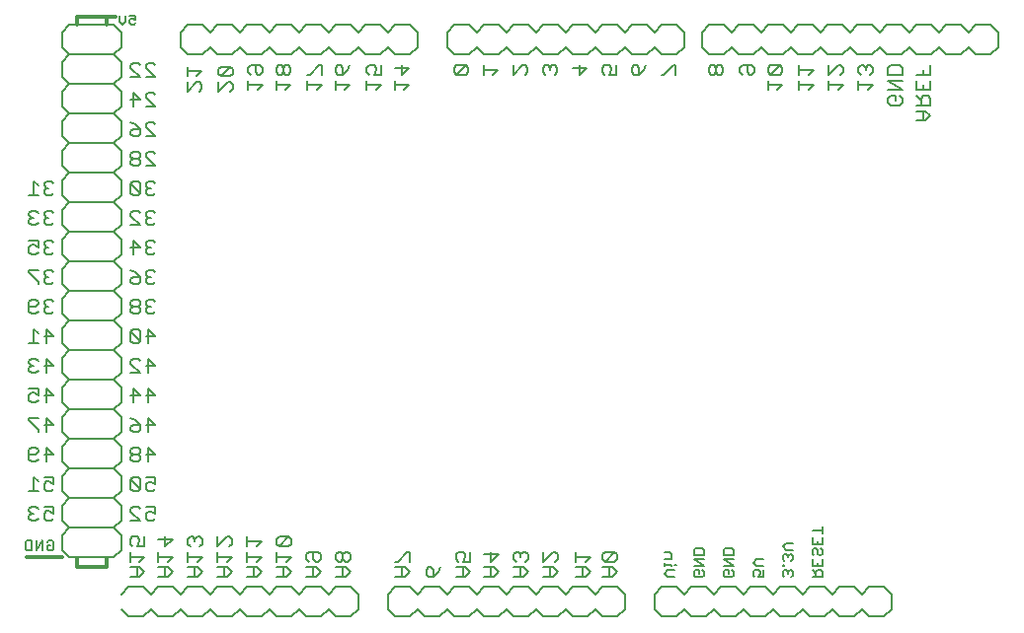
<source format=gbo>
G75*
%MOIN*%
%OFA0B0*%
%FSLAX25Y25*%
%IPPOS*%
%LPD*%
%AMOC8*
5,1,8,0,0,1.08239X$1,22.5*
%
%ADD10C,0.00800*%
%ADD11C,0.00600*%
%ADD12C,0.01200*%
%ADD13C,0.00500*%
D10*
X0196800Y0149300D02*
X0199300Y0146800D01*
X0204300Y0146800D01*
X0206800Y0149300D01*
X0209300Y0146800D01*
X0214300Y0146800D01*
X0216800Y0149300D01*
X0219300Y0146800D01*
X0224300Y0146800D01*
X0226800Y0149300D01*
X0229300Y0146800D01*
X0234300Y0146800D01*
X0236800Y0149300D01*
X0239300Y0146800D01*
X0244300Y0146800D01*
X0246800Y0149300D01*
X0249300Y0146800D01*
X0254300Y0146800D01*
X0256800Y0149300D01*
X0259300Y0146800D01*
X0264300Y0146800D01*
X0266800Y0149300D01*
X0269300Y0146800D01*
X0274300Y0146800D01*
X0276800Y0149300D01*
X0276800Y0154300D01*
X0274300Y0156800D01*
X0269300Y0156800D01*
X0266800Y0154300D01*
X0264300Y0156800D01*
X0259300Y0156800D01*
X0256800Y0154300D01*
X0254300Y0156800D01*
X0249300Y0156800D01*
X0246800Y0154300D01*
X0244300Y0156800D01*
X0239300Y0156800D01*
X0236800Y0154300D01*
X0234300Y0156800D01*
X0229300Y0156800D01*
X0226800Y0154300D01*
X0224300Y0156800D01*
X0219300Y0156800D01*
X0216800Y0154300D01*
X0214300Y0156800D01*
X0209300Y0156800D01*
X0206800Y0154300D01*
X0204300Y0156800D01*
X0199300Y0156800D01*
X0196800Y0154300D01*
X0199700Y0160300D02*
X0202903Y0160300D01*
X0204504Y0161901D01*
X0202903Y0163503D01*
X0199700Y0163503D01*
X0199700Y0165456D02*
X0199700Y0168659D01*
X0199700Y0167058D02*
X0204504Y0167058D01*
X0202903Y0165456D01*
X0202102Y0163503D02*
X0202102Y0160300D01*
X0209200Y0160300D02*
X0212403Y0160300D01*
X0214004Y0161901D01*
X0212403Y0163503D01*
X0209200Y0163503D01*
X0209200Y0165456D02*
X0209200Y0168659D01*
X0209200Y0167058D02*
X0214004Y0167058D01*
X0212403Y0165456D01*
X0211602Y0163503D02*
X0211602Y0160300D01*
X0219200Y0160300D02*
X0222403Y0160300D01*
X0224004Y0161901D01*
X0222403Y0163503D01*
X0219200Y0163503D01*
X0219200Y0165456D02*
X0219200Y0168659D01*
X0219200Y0167058D02*
X0224004Y0167058D01*
X0222403Y0165456D01*
X0221602Y0163503D02*
X0221602Y0160300D01*
X0229200Y0160300D02*
X0232403Y0160300D01*
X0234004Y0161901D01*
X0232403Y0163503D01*
X0229200Y0163503D01*
X0229200Y0165456D02*
X0229200Y0168659D01*
X0229200Y0167058D02*
X0234004Y0167058D01*
X0232403Y0165456D01*
X0231602Y0163503D02*
X0231602Y0160300D01*
X0239200Y0160300D02*
X0242403Y0160300D01*
X0244004Y0161901D01*
X0242403Y0163503D01*
X0239200Y0163503D01*
X0239200Y0165456D02*
X0239200Y0168659D01*
X0239200Y0167058D02*
X0244004Y0167058D01*
X0242403Y0165456D01*
X0241602Y0163503D02*
X0241602Y0160300D01*
X0249200Y0160300D02*
X0252403Y0160300D01*
X0254004Y0161901D01*
X0252403Y0163503D01*
X0249200Y0163503D01*
X0249200Y0165456D02*
X0249200Y0168659D01*
X0249200Y0167058D02*
X0254004Y0167058D01*
X0252403Y0165456D01*
X0251602Y0163503D02*
X0251602Y0160300D01*
X0259200Y0160300D02*
X0262403Y0160300D01*
X0264004Y0161901D01*
X0262403Y0163503D01*
X0259200Y0163503D01*
X0260001Y0165456D02*
X0259200Y0166257D01*
X0259200Y0167858D01*
X0260001Y0168659D01*
X0263203Y0168659D01*
X0264004Y0167858D01*
X0264004Y0166257D01*
X0263203Y0165456D01*
X0262403Y0165456D01*
X0261602Y0166257D01*
X0261602Y0168659D01*
X0261602Y0163503D02*
X0261602Y0160300D01*
X0269200Y0160300D02*
X0272403Y0160300D01*
X0274004Y0161901D01*
X0272403Y0163503D01*
X0269200Y0163503D01*
X0270001Y0165456D02*
X0269200Y0166257D01*
X0269200Y0167858D01*
X0270001Y0168659D01*
X0270801Y0168659D01*
X0271602Y0167858D01*
X0271602Y0166257D01*
X0272403Y0165456D01*
X0273203Y0165456D01*
X0274004Y0166257D01*
X0274004Y0167858D01*
X0273203Y0168659D01*
X0272403Y0168659D01*
X0271602Y0167858D01*
X0271602Y0166257D02*
X0270801Y0165456D01*
X0270001Y0165456D01*
X0271602Y0163503D02*
X0271602Y0160300D01*
X0286800Y0154300D02*
X0286800Y0149300D01*
X0289300Y0146800D01*
X0294300Y0146800D01*
X0296800Y0149300D01*
X0299300Y0146800D01*
X0304300Y0146800D01*
X0306800Y0149300D01*
X0309300Y0146800D01*
X0314300Y0146800D01*
X0316800Y0149300D01*
X0319300Y0146800D01*
X0324300Y0146800D01*
X0326800Y0149300D01*
X0329300Y0146800D01*
X0334300Y0146800D01*
X0336800Y0149300D01*
X0339300Y0146800D01*
X0344300Y0146800D01*
X0346800Y0149300D01*
X0349300Y0146800D01*
X0354300Y0146800D01*
X0356800Y0149300D01*
X0359300Y0146800D01*
X0364300Y0146800D01*
X0366800Y0149300D01*
X0366800Y0154300D01*
X0364300Y0156800D01*
X0359300Y0156800D01*
X0356800Y0154300D01*
X0354300Y0156800D01*
X0349300Y0156800D01*
X0346800Y0154300D01*
X0344300Y0156800D01*
X0339300Y0156800D01*
X0336800Y0154300D01*
X0334300Y0156800D01*
X0329300Y0156800D01*
X0326800Y0154300D01*
X0324300Y0156800D01*
X0319300Y0156800D01*
X0316800Y0154300D01*
X0314300Y0156800D01*
X0309300Y0156800D01*
X0306800Y0154300D01*
X0304300Y0156800D01*
X0299300Y0156800D01*
X0296800Y0154300D01*
X0294300Y0156800D01*
X0289300Y0156800D01*
X0286800Y0154300D01*
X0289200Y0160300D02*
X0292403Y0160300D01*
X0294004Y0161901D01*
X0292403Y0163503D01*
X0289200Y0163503D01*
X0289200Y0165456D02*
X0290001Y0165456D01*
X0293203Y0168659D01*
X0294004Y0168659D01*
X0294004Y0165456D01*
X0291602Y0163503D02*
X0291602Y0160300D01*
X0299700Y0161101D02*
X0300501Y0160300D01*
X0302102Y0160300D01*
X0302102Y0162702D01*
X0301301Y0163503D01*
X0300501Y0163503D01*
X0299700Y0162702D01*
X0299700Y0161101D01*
X0302102Y0160300D02*
X0303703Y0161901D01*
X0304504Y0163503D01*
X0309700Y0163503D02*
X0312903Y0163503D01*
X0314504Y0161901D01*
X0312903Y0160300D01*
X0309700Y0160300D01*
X0312102Y0160300D02*
X0312102Y0163503D01*
X0312102Y0165456D02*
X0312903Y0167058D01*
X0312903Y0167858D01*
X0312102Y0168659D01*
X0310501Y0168659D01*
X0309700Y0167858D01*
X0309700Y0166257D01*
X0310501Y0165456D01*
X0312102Y0165456D02*
X0314504Y0165456D01*
X0314504Y0168659D01*
X0319200Y0167858D02*
X0324004Y0167858D01*
X0321602Y0165456D01*
X0321602Y0168659D01*
X0321602Y0163503D02*
X0321602Y0160300D01*
X0322403Y0160300D02*
X0324004Y0161901D01*
X0322403Y0163503D01*
X0319200Y0163503D01*
X0319200Y0160300D02*
X0322403Y0160300D01*
X0329200Y0160300D02*
X0332403Y0160300D01*
X0334004Y0161901D01*
X0332403Y0163503D01*
X0329200Y0163503D01*
X0330001Y0165456D02*
X0329200Y0166257D01*
X0329200Y0167858D01*
X0330001Y0168659D01*
X0330801Y0168659D01*
X0331602Y0167858D01*
X0331602Y0167058D01*
X0331602Y0167858D02*
X0332403Y0168659D01*
X0333203Y0168659D01*
X0334004Y0167858D01*
X0334004Y0166257D01*
X0333203Y0165456D01*
X0331602Y0163503D02*
X0331602Y0160300D01*
X0339200Y0160300D02*
X0342403Y0160300D01*
X0344004Y0161901D01*
X0342403Y0163503D01*
X0339200Y0163503D01*
X0339200Y0165456D02*
X0342403Y0168659D01*
X0343203Y0168659D01*
X0344004Y0167858D01*
X0344004Y0166257D01*
X0343203Y0165456D01*
X0341602Y0163503D02*
X0341602Y0160300D01*
X0350200Y0160300D02*
X0353403Y0160300D01*
X0355004Y0161901D01*
X0353403Y0163503D01*
X0350200Y0163503D01*
X0350200Y0165456D02*
X0350200Y0168659D01*
X0350200Y0167058D02*
X0355004Y0167058D01*
X0353403Y0165456D01*
X0352602Y0163503D02*
X0352602Y0160300D01*
X0359200Y0160300D02*
X0362403Y0160300D01*
X0364004Y0161901D01*
X0362403Y0163503D01*
X0359200Y0163503D01*
X0360001Y0165456D02*
X0363203Y0168659D01*
X0360001Y0168659D01*
X0359200Y0167858D01*
X0359200Y0166257D01*
X0360001Y0165456D01*
X0363203Y0165456D01*
X0364004Y0166257D01*
X0364004Y0167858D01*
X0363203Y0168659D01*
X0361602Y0163503D02*
X0361602Y0160300D01*
X0376800Y0154300D02*
X0376800Y0149300D01*
X0379300Y0146800D01*
X0384300Y0146800D01*
X0386800Y0149300D01*
X0389300Y0146800D01*
X0394300Y0146800D01*
X0396800Y0149300D01*
X0399300Y0146800D01*
X0404300Y0146800D01*
X0406800Y0149300D01*
X0409300Y0146800D01*
X0414300Y0146800D01*
X0416800Y0149300D01*
X0419300Y0146800D01*
X0424300Y0146800D01*
X0426800Y0149300D01*
X0429300Y0146800D01*
X0434300Y0146800D01*
X0436800Y0149300D01*
X0439300Y0146800D01*
X0444300Y0146800D01*
X0446800Y0149300D01*
X0449300Y0146800D01*
X0454300Y0146800D01*
X0456800Y0149300D01*
X0456800Y0154300D01*
X0454300Y0156800D01*
X0449300Y0156800D01*
X0446800Y0154300D01*
X0444300Y0156800D01*
X0439300Y0156800D01*
X0436800Y0154300D01*
X0434300Y0156800D01*
X0429300Y0156800D01*
X0426800Y0154300D01*
X0424300Y0156800D01*
X0419300Y0156800D01*
X0416800Y0154300D01*
X0414300Y0156800D01*
X0409300Y0156800D01*
X0406800Y0154300D01*
X0404300Y0156800D01*
X0399300Y0156800D01*
X0396800Y0154300D01*
X0394300Y0156800D01*
X0389300Y0156800D01*
X0386800Y0154300D01*
X0384300Y0156800D01*
X0379300Y0156800D01*
X0376800Y0154300D01*
X0339200Y0165456D02*
X0339200Y0168659D01*
X0254004Y0171413D02*
X0254004Y0173015D01*
X0253203Y0173816D01*
X0250001Y0170613D01*
X0249200Y0171413D01*
X0249200Y0173015D01*
X0250001Y0173816D01*
X0253203Y0173816D01*
X0254004Y0171413D02*
X0253203Y0170613D01*
X0250001Y0170613D01*
X0244004Y0172214D02*
X0239200Y0172214D01*
X0239200Y0170613D02*
X0239200Y0173816D01*
X0242403Y0170613D02*
X0244004Y0172214D01*
X0234004Y0171413D02*
X0233203Y0170613D01*
X0234004Y0171413D02*
X0234004Y0173015D01*
X0233203Y0173816D01*
X0232403Y0173816D01*
X0229200Y0170613D01*
X0229200Y0173816D01*
X0224004Y0173015D02*
X0223203Y0173816D01*
X0222403Y0173816D01*
X0221602Y0173015D01*
X0220801Y0173816D01*
X0220001Y0173816D01*
X0219200Y0173015D01*
X0219200Y0171413D01*
X0220001Y0170613D01*
X0221602Y0172214D02*
X0221602Y0173015D01*
X0224004Y0173015D02*
X0224004Y0171413D01*
X0223203Y0170613D01*
X0214004Y0173015D02*
X0211602Y0170613D01*
X0211602Y0173816D01*
X0209200Y0173015D02*
X0214004Y0173015D01*
X0204504Y0173816D02*
X0204504Y0170613D01*
X0202102Y0170613D01*
X0202903Y0172214D01*
X0202903Y0173015D01*
X0202102Y0173816D01*
X0200501Y0173816D01*
X0199700Y0173015D01*
X0199700Y0171413D01*
X0200501Y0170613D01*
X0196800Y0169300D02*
X0194300Y0166800D01*
X0179300Y0166800D01*
X0176800Y0169300D01*
X0176800Y0174300D01*
X0179300Y0176800D01*
X0194300Y0176800D01*
X0196800Y0174300D01*
X0196800Y0169300D01*
X0199941Y0179200D02*
X0203144Y0179200D01*
X0199941Y0182403D01*
X0199941Y0183203D01*
X0200742Y0184004D01*
X0202343Y0184004D01*
X0203144Y0183203D01*
X0205097Y0184004D02*
X0208300Y0184004D01*
X0208300Y0181602D01*
X0206699Y0182403D01*
X0205898Y0182403D01*
X0205097Y0181602D01*
X0205097Y0180001D01*
X0205898Y0179200D01*
X0207499Y0179200D01*
X0208300Y0180001D01*
X0207499Y0189200D02*
X0208300Y0190001D01*
X0207499Y0189200D02*
X0205898Y0189200D01*
X0205097Y0190001D01*
X0205097Y0191602D01*
X0205898Y0192403D01*
X0206699Y0192403D01*
X0208300Y0191602D01*
X0208300Y0194004D01*
X0205097Y0194004D01*
X0203144Y0193203D02*
X0203144Y0190001D01*
X0199941Y0193203D01*
X0199941Y0190001D01*
X0200742Y0189200D01*
X0202343Y0189200D01*
X0203144Y0190001D01*
X0203144Y0193203D02*
X0202343Y0194004D01*
X0200742Y0194004D01*
X0199941Y0193203D01*
X0200742Y0199200D02*
X0202343Y0199200D01*
X0203144Y0200001D01*
X0203144Y0200801D01*
X0202343Y0201602D01*
X0200742Y0201602D01*
X0199941Y0200801D01*
X0199941Y0200001D01*
X0200742Y0199200D01*
X0200742Y0201602D02*
X0199941Y0202403D01*
X0199941Y0203203D01*
X0200742Y0204004D01*
X0202343Y0204004D01*
X0203144Y0203203D01*
X0203144Y0202403D01*
X0202343Y0201602D01*
X0205097Y0201602D02*
X0208300Y0201602D01*
X0205898Y0204004D01*
X0205898Y0199200D01*
X0205898Y0209200D02*
X0205898Y0214004D01*
X0208300Y0211602D01*
X0205097Y0211602D01*
X0203144Y0211602D02*
X0201542Y0213203D01*
X0199941Y0214004D01*
X0200742Y0211602D02*
X0203144Y0211602D01*
X0203144Y0210001D01*
X0202343Y0209200D01*
X0200742Y0209200D01*
X0199941Y0210001D01*
X0199941Y0210801D01*
X0200742Y0211602D01*
X0200742Y0219200D02*
X0200742Y0224004D01*
X0203144Y0221602D01*
X0199941Y0221602D01*
X0205097Y0221602D02*
X0208300Y0221602D01*
X0205898Y0224004D01*
X0205898Y0219200D01*
X0205898Y0229200D02*
X0205898Y0234004D01*
X0208300Y0231602D01*
X0205097Y0231602D01*
X0203144Y0233203D02*
X0202343Y0234004D01*
X0200742Y0234004D01*
X0199941Y0233203D01*
X0199941Y0232403D01*
X0203144Y0229200D01*
X0199941Y0229200D01*
X0200742Y0239200D02*
X0202343Y0239200D01*
X0203144Y0240001D01*
X0199941Y0243203D01*
X0199941Y0240001D01*
X0200742Y0239200D01*
X0203144Y0240001D02*
X0203144Y0243203D01*
X0202343Y0244004D01*
X0200742Y0244004D01*
X0199941Y0243203D01*
X0205097Y0241602D02*
X0208300Y0241602D01*
X0205898Y0244004D01*
X0205898Y0239200D01*
X0205898Y0249200D02*
X0207499Y0249200D01*
X0208300Y0250001D01*
X0206699Y0251602D02*
X0205898Y0251602D01*
X0205097Y0250801D01*
X0205097Y0250001D01*
X0205898Y0249200D01*
X0205898Y0251602D02*
X0205097Y0252403D01*
X0205097Y0253203D01*
X0205898Y0254004D01*
X0207499Y0254004D01*
X0208300Y0253203D01*
X0203144Y0253203D02*
X0203144Y0252403D01*
X0202343Y0251602D01*
X0200742Y0251602D01*
X0199941Y0250801D01*
X0199941Y0250001D01*
X0200742Y0249200D01*
X0202343Y0249200D01*
X0203144Y0250001D01*
X0203144Y0250801D01*
X0202343Y0251602D01*
X0200742Y0251602D02*
X0199941Y0252403D01*
X0199941Y0253203D01*
X0200742Y0254004D01*
X0202343Y0254004D01*
X0203144Y0253203D01*
X0202343Y0259200D02*
X0200742Y0259200D01*
X0199941Y0260001D01*
X0199941Y0260801D01*
X0200742Y0261602D01*
X0203144Y0261602D01*
X0203144Y0260001D01*
X0202343Y0259200D01*
X0203144Y0261602D02*
X0201542Y0263203D01*
X0199941Y0264004D01*
X0205097Y0263203D02*
X0205097Y0262403D01*
X0205898Y0261602D01*
X0205097Y0260801D01*
X0205097Y0260001D01*
X0205898Y0259200D01*
X0207499Y0259200D01*
X0208300Y0260001D01*
X0206699Y0261602D02*
X0205898Y0261602D01*
X0205097Y0263203D02*
X0205898Y0264004D01*
X0207499Y0264004D01*
X0208300Y0263203D01*
X0207499Y0269200D02*
X0208300Y0270001D01*
X0207499Y0269200D02*
X0205898Y0269200D01*
X0205097Y0270001D01*
X0205097Y0270801D01*
X0205898Y0271602D01*
X0206699Y0271602D01*
X0205898Y0271602D02*
X0205097Y0272403D01*
X0205097Y0273203D01*
X0205898Y0274004D01*
X0207499Y0274004D01*
X0208300Y0273203D01*
X0203144Y0271602D02*
X0199941Y0271602D01*
X0200742Y0269200D02*
X0200742Y0274004D01*
X0203144Y0271602D01*
X0203144Y0279200D02*
X0199941Y0282403D01*
X0199941Y0283203D01*
X0200742Y0284004D01*
X0202343Y0284004D01*
X0203144Y0283203D01*
X0205097Y0283203D02*
X0205097Y0282403D01*
X0205898Y0281602D01*
X0205097Y0280801D01*
X0205097Y0280001D01*
X0205898Y0279200D01*
X0207499Y0279200D01*
X0208300Y0280001D01*
X0206699Y0281602D02*
X0205898Y0281602D01*
X0205097Y0283203D02*
X0205898Y0284004D01*
X0207499Y0284004D01*
X0208300Y0283203D01*
X0207499Y0289200D02*
X0208300Y0290001D01*
X0207499Y0289200D02*
X0205898Y0289200D01*
X0205097Y0290001D01*
X0205097Y0290801D01*
X0205898Y0291602D01*
X0206699Y0291602D01*
X0205898Y0291602D02*
X0205097Y0292403D01*
X0205097Y0293203D01*
X0205898Y0294004D01*
X0207499Y0294004D01*
X0208300Y0293203D01*
X0203144Y0293203D02*
X0203144Y0290001D01*
X0199941Y0293203D01*
X0199941Y0290001D01*
X0200742Y0289200D01*
X0202343Y0289200D01*
X0203144Y0290001D01*
X0203144Y0293203D02*
X0202343Y0294004D01*
X0200742Y0294004D01*
X0199941Y0293203D01*
X0200742Y0299200D02*
X0202343Y0299200D01*
X0203144Y0300001D01*
X0203144Y0300801D01*
X0202343Y0301602D01*
X0200742Y0301602D01*
X0199941Y0300801D01*
X0199941Y0300001D01*
X0200742Y0299200D01*
X0200742Y0301602D02*
X0199941Y0302403D01*
X0199941Y0303203D01*
X0200742Y0304004D01*
X0202343Y0304004D01*
X0203144Y0303203D01*
X0203144Y0302403D01*
X0202343Y0301602D01*
X0205097Y0302403D02*
X0205097Y0303203D01*
X0205898Y0304004D01*
X0207499Y0304004D01*
X0208300Y0303203D01*
X0205097Y0302403D02*
X0208300Y0299200D01*
X0205097Y0299200D01*
X0205097Y0309200D02*
X0208300Y0309200D01*
X0205097Y0312403D01*
X0205097Y0313203D01*
X0205898Y0314004D01*
X0207499Y0314004D01*
X0208300Y0313203D01*
X0203144Y0311602D02*
X0200742Y0311602D01*
X0199941Y0310801D01*
X0199941Y0310001D01*
X0200742Y0309200D01*
X0202343Y0309200D01*
X0203144Y0310001D01*
X0203144Y0311602D01*
X0201542Y0313203D01*
X0199941Y0314004D01*
X0200742Y0319200D02*
X0200742Y0324004D01*
X0203144Y0321602D01*
X0199941Y0321602D01*
X0205097Y0322403D02*
X0208300Y0319200D01*
X0205097Y0319200D01*
X0205097Y0322403D02*
X0205097Y0323203D01*
X0205898Y0324004D01*
X0207499Y0324004D01*
X0208300Y0323203D01*
X0208300Y0329200D02*
X0205097Y0332403D01*
X0205097Y0333203D01*
X0205898Y0334004D01*
X0207499Y0334004D01*
X0208300Y0333203D01*
X0208300Y0329200D02*
X0205097Y0329200D01*
X0203144Y0329200D02*
X0199941Y0332403D01*
X0199941Y0333203D01*
X0200742Y0334004D01*
X0202343Y0334004D01*
X0203144Y0333203D01*
X0203144Y0329200D02*
X0199941Y0329200D01*
X0194300Y0336800D02*
X0179300Y0336800D01*
X0176800Y0339300D01*
X0176800Y0344300D01*
X0179300Y0346800D01*
X0194300Y0346800D01*
X0196800Y0344300D01*
X0196800Y0339300D01*
X0194300Y0336800D01*
X0216800Y0339300D02*
X0219300Y0336800D01*
X0224300Y0336800D01*
X0226800Y0339300D01*
X0229300Y0336800D01*
X0234300Y0336800D01*
X0236800Y0339300D01*
X0239300Y0336800D01*
X0244300Y0336800D01*
X0246800Y0339300D01*
X0249300Y0336800D01*
X0254300Y0336800D01*
X0256800Y0339300D01*
X0259300Y0336800D01*
X0264300Y0336800D01*
X0266800Y0339300D01*
X0269300Y0336800D01*
X0274300Y0336800D01*
X0276800Y0339300D01*
X0279300Y0336800D01*
X0284300Y0336800D01*
X0286800Y0339300D01*
X0289300Y0336800D01*
X0294300Y0336800D01*
X0296800Y0339300D01*
X0296800Y0344300D01*
X0294300Y0346800D01*
X0289300Y0346800D01*
X0286800Y0344300D01*
X0284300Y0346800D01*
X0279300Y0346800D01*
X0276800Y0344300D01*
X0274300Y0346800D01*
X0269300Y0346800D01*
X0266800Y0344300D01*
X0264300Y0346800D01*
X0259300Y0346800D01*
X0256800Y0344300D01*
X0254300Y0346800D01*
X0249300Y0346800D01*
X0246800Y0344300D01*
X0244300Y0346800D01*
X0239300Y0346800D01*
X0236800Y0344300D01*
X0234300Y0346800D01*
X0229300Y0346800D01*
X0226800Y0344300D01*
X0224300Y0346800D01*
X0219300Y0346800D01*
X0216800Y0344300D01*
X0216800Y0339300D01*
X0219100Y0332746D02*
X0219100Y0329544D01*
X0219100Y0331145D02*
X0223904Y0331145D01*
X0222303Y0329544D01*
X0222303Y0327590D02*
X0223103Y0327590D01*
X0223904Y0326789D01*
X0223904Y0325188D01*
X0223103Y0324387D01*
X0222303Y0327590D02*
X0219100Y0324387D01*
X0219100Y0327590D01*
X0229600Y0327590D02*
X0229600Y0324387D01*
X0232803Y0327590D01*
X0233603Y0327590D01*
X0234404Y0326789D01*
X0234404Y0325188D01*
X0233603Y0324387D01*
X0239600Y0324887D02*
X0239600Y0328090D01*
X0239600Y0326489D02*
X0244404Y0326489D01*
X0242803Y0324887D01*
X0249100Y0324887D02*
X0249100Y0328090D01*
X0249100Y0326489D02*
X0253904Y0326489D01*
X0252303Y0324887D01*
X0259600Y0324887D02*
X0259600Y0328090D01*
X0259600Y0326489D02*
X0264404Y0326489D01*
X0262803Y0324887D01*
X0269100Y0324887D02*
X0269100Y0328090D01*
X0269100Y0326489D02*
X0273904Y0326489D01*
X0272303Y0324887D01*
X0279600Y0324887D02*
X0279600Y0328090D01*
X0279600Y0326489D02*
X0284404Y0326489D01*
X0282803Y0324887D01*
X0289100Y0324887D02*
X0289100Y0328090D01*
X0289100Y0326489D02*
X0293904Y0326489D01*
X0292303Y0324887D01*
X0291502Y0330044D02*
X0291502Y0333246D01*
X0289100Y0332446D02*
X0293904Y0332446D01*
X0291502Y0330044D01*
X0284404Y0330044D02*
X0282002Y0330044D01*
X0282803Y0331645D01*
X0282803Y0332446D01*
X0282002Y0333246D01*
X0280401Y0333246D01*
X0279600Y0332446D01*
X0279600Y0330844D01*
X0280401Y0330044D01*
X0284404Y0330044D02*
X0284404Y0333246D01*
X0273904Y0333246D02*
X0273103Y0331645D01*
X0271502Y0330044D01*
X0271502Y0332446D01*
X0270701Y0333246D01*
X0269901Y0333246D01*
X0269100Y0332446D01*
X0269100Y0330844D01*
X0269901Y0330044D01*
X0271502Y0330044D01*
X0264404Y0330044D02*
X0264404Y0333246D01*
X0263603Y0333246D01*
X0260401Y0330044D01*
X0259600Y0330044D01*
X0253904Y0330844D02*
X0253904Y0332446D01*
X0253103Y0333246D01*
X0252303Y0333246D01*
X0251502Y0332446D01*
X0251502Y0330844D01*
X0252303Y0330044D01*
X0253103Y0330044D01*
X0253904Y0330844D01*
X0251502Y0330844D02*
X0250701Y0330044D01*
X0249901Y0330044D01*
X0249100Y0330844D01*
X0249100Y0332446D01*
X0249901Y0333246D01*
X0250701Y0333246D01*
X0251502Y0332446D01*
X0244404Y0332446D02*
X0244404Y0330844D01*
X0243603Y0330044D01*
X0242803Y0330044D01*
X0242002Y0330844D01*
X0242002Y0333246D01*
X0240401Y0333246D02*
X0243603Y0333246D01*
X0244404Y0332446D01*
X0240401Y0333246D02*
X0239600Y0332446D01*
X0239600Y0330844D01*
X0240401Y0330044D01*
X0234404Y0330344D02*
X0234404Y0331946D01*
X0233603Y0332746D01*
X0230401Y0329544D01*
X0229600Y0330344D01*
X0229600Y0331946D01*
X0230401Y0332746D01*
X0233603Y0332746D01*
X0234404Y0330344D02*
X0233603Y0329544D01*
X0230401Y0329544D01*
X0173900Y0293303D02*
X0173099Y0294104D01*
X0171498Y0294104D01*
X0170697Y0293303D01*
X0170697Y0292503D01*
X0171498Y0291702D01*
X0170697Y0290901D01*
X0170697Y0290101D01*
X0171498Y0289300D01*
X0173099Y0289300D01*
X0173900Y0290101D01*
X0172299Y0291702D02*
X0171498Y0291702D01*
X0168744Y0292503D02*
X0167142Y0294104D01*
X0167142Y0289300D01*
X0165541Y0289300D02*
X0168744Y0289300D01*
X0167943Y0284104D02*
X0166342Y0284104D01*
X0165541Y0283303D01*
X0165541Y0282503D01*
X0166342Y0281702D01*
X0165541Y0280901D01*
X0165541Y0280101D01*
X0166342Y0279300D01*
X0167943Y0279300D01*
X0168744Y0280101D01*
X0170697Y0280101D02*
X0171498Y0279300D01*
X0173099Y0279300D01*
X0173900Y0280101D01*
X0172299Y0281702D02*
X0171498Y0281702D01*
X0170697Y0280901D01*
X0170697Y0280101D01*
X0171498Y0281702D02*
X0170697Y0282503D01*
X0170697Y0283303D01*
X0171498Y0284104D01*
X0173099Y0284104D01*
X0173900Y0283303D01*
X0168744Y0283303D02*
X0167943Y0284104D01*
X0167142Y0281702D02*
X0166342Y0281702D01*
X0165541Y0274104D02*
X0168744Y0274104D01*
X0168744Y0271702D01*
X0167142Y0272503D01*
X0166342Y0272503D01*
X0165541Y0271702D01*
X0165541Y0270101D01*
X0166342Y0269300D01*
X0167943Y0269300D01*
X0168744Y0270101D01*
X0170697Y0270101D02*
X0171498Y0269300D01*
X0173099Y0269300D01*
X0173900Y0270101D01*
X0172299Y0271702D02*
X0171498Y0271702D01*
X0170697Y0270901D01*
X0170697Y0270101D01*
X0171498Y0271702D02*
X0170697Y0272503D01*
X0170697Y0273303D01*
X0171498Y0274104D01*
X0173099Y0274104D01*
X0173900Y0273303D01*
X0173099Y0264104D02*
X0171498Y0264104D01*
X0170697Y0263303D01*
X0170697Y0262503D01*
X0171498Y0261702D01*
X0170697Y0260901D01*
X0170697Y0260101D01*
X0171498Y0259300D01*
X0173099Y0259300D01*
X0173900Y0260101D01*
X0172299Y0261702D02*
X0171498Y0261702D01*
X0173900Y0263303D02*
X0173099Y0264104D01*
X0168744Y0264104D02*
X0165541Y0264104D01*
X0165541Y0263303D01*
X0168744Y0260101D01*
X0168744Y0259300D01*
X0167943Y0254104D02*
X0166342Y0254104D01*
X0165541Y0253303D01*
X0165541Y0250101D01*
X0166342Y0249300D01*
X0167943Y0249300D01*
X0168744Y0250101D01*
X0167943Y0251702D02*
X0165541Y0251702D01*
X0167943Y0251702D02*
X0168744Y0252503D01*
X0168744Y0253303D01*
X0167943Y0254104D01*
X0170697Y0253303D02*
X0170697Y0252503D01*
X0171498Y0251702D01*
X0170697Y0250901D01*
X0170697Y0250101D01*
X0171498Y0249300D01*
X0173099Y0249300D01*
X0173900Y0250101D01*
X0172299Y0251702D02*
X0171498Y0251702D01*
X0170697Y0253303D02*
X0171498Y0254104D01*
X0173099Y0254104D01*
X0173900Y0253303D01*
X0171498Y0244104D02*
X0173900Y0241702D01*
X0170697Y0241702D01*
X0168744Y0242503D02*
X0167142Y0244104D01*
X0167142Y0239300D01*
X0165541Y0239300D02*
X0168744Y0239300D01*
X0171498Y0239300D02*
X0171498Y0244104D01*
X0171498Y0234104D02*
X0173900Y0231702D01*
X0170697Y0231702D01*
X0168744Y0230101D02*
X0167943Y0229300D01*
X0166342Y0229300D01*
X0165541Y0230101D01*
X0165541Y0230901D01*
X0166342Y0231702D01*
X0167142Y0231702D01*
X0166342Y0231702D02*
X0165541Y0232503D01*
X0165541Y0233303D01*
X0166342Y0234104D01*
X0167943Y0234104D01*
X0168744Y0233303D01*
X0171498Y0234104D02*
X0171498Y0229300D01*
X0171498Y0224104D02*
X0173900Y0221702D01*
X0170697Y0221702D01*
X0168744Y0221702D02*
X0167142Y0222503D01*
X0166342Y0222503D01*
X0165541Y0221702D01*
X0165541Y0220101D01*
X0166342Y0219300D01*
X0167943Y0219300D01*
X0168744Y0220101D01*
X0168744Y0221702D02*
X0168744Y0224104D01*
X0165541Y0224104D01*
X0171498Y0224104D02*
X0171498Y0219300D01*
X0171498Y0214104D02*
X0173900Y0211702D01*
X0170697Y0211702D01*
X0168744Y0210101D02*
X0168744Y0209300D01*
X0168744Y0210101D02*
X0165541Y0213303D01*
X0165541Y0214104D01*
X0168744Y0214104D01*
X0171498Y0214104D02*
X0171498Y0209300D01*
X0171498Y0204104D02*
X0173900Y0201702D01*
X0170697Y0201702D01*
X0168744Y0202503D02*
X0167943Y0201702D01*
X0165541Y0201702D01*
X0165541Y0200101D02*
X0165541Y0203303D01*
X0166342Y0204104D01*
X0167943Y0204104D01*
X0168744Y0203303D01*
X0168744Y0202503D01*
X0168744Y0200101D02*
X0167943Y0199300D01*
X0166342Y0199300D01*
X0165541Y0200101D01*
X0171498Y0199300D02*
X0171498Y0204104D01*
X0170697Y0194104D02*
X0173900Y0194104D01*
X0173900Y0191702D01*
X0172299Y0192503D01*
X0171498Y0192503D01*
X0170697Y0191702D01*
X0170697Y0190101D01*
X0171498Y0189300D01*
X0173099Y0189300D01*
X0173900Y0190101D01*
X0168744Y0189300D02*
X0165541Y0189300D01*
X0167142Y0189300D02*
X0167142Y0194104D01*
X0168744Y0192503D01*
X0167943Y0184104D02*
X0166342Y0184104D01*
X0165541Y0183303D01*
X0165541Y0182503D01*
X0166342Y0181702D01*
X0165541Y0180901D01*
X0165541Y0180101D01*
X0166342Y0179300D01*
X0167943Y0179300D01*
X0168744Y0180101D01*
X0170697Y0180101D02*
X0171498Y0179300D01*
X0173099Y0179300D01*
X0173900Y0180101D01*
X0173900Y0181702D02*
X0172299Y0182503D01*
X0171498Y0182503D01*
X0170697Y0181702D01*
X0170697Y0180101D01*
X0173900Y0181702D02*
X0173900Y0184104D01*
X0170697Y0184104D01*
X0168744Y0183303D02*
X0167943Y0184104D01*
X0167142Y0181702D02*
X0166342Y0181702D01*
X0199941Y0279200D02*
X0203144Y0279200D01*
X0309100Y0330844D02*
X0309901Y0330044D01*
X0313103Y0333246D01*
X0309901Y0333246D01*
X0309100Y0332446D01*
X0309100Y0330844D01*
X0309901Y0330044D02*
X0313103Y0330044D01*
X0313904Y0330844D01*
X0313904Y0332446D01*
X0313103Y0333246D01*
X0314300Y0336800D02*
X0309300Y0336800D01*
X0306800Y0339300D01*
X0306800Y0344300D01*
X0309300Y0346800D01*
X0314300Y0346800D01*
X0316800Y0344300D01*
X0319300Y0346800D01*
X0324300Y0346800D01*
X0326800Y0344300D01*
X0329300Y0346800D01*
X0334300Y0346800D01*
X0336800Y0344300D01*
X0339300Y0346800D01*
X0344300Y0346800D01*
X0346800Y0344300D01*
X0349300Y0346800D01*
X0354300Y0346800D01*
X0356800Y0344300D01*
X0359300Y0346800D01*
X0364300Y0346800D01*
X0366800Y0344300D01*
X0369300Y0346800D01*
X0374300Y0346800D01*
X0376800Y0344300D01*
X0379300Y0346800D01*
X0384300Y0346800D01*
X0386800Y0344300D01*
X0386800Y0339300D01*
X0384300Y0336800D01*
X0379300Y0336800D01*
X0376800Y0339300D01*
X0374300Y0336800D01*
X0369300Y0336800D01*
X0366800Y0339300D01*
X0364300Y0336800D01*
X0359300Y0336800D01*
X0356800Y0339300D01*
X0354300Y0336800D01*
X0349300Y0336800D01*
X0346800Y0339300D01*
X0344300Y0336800D01*
X0339300Y0336800D01*
X0336800Y0339300D01*
X0334300Y0336800D01*
X0329300Y0336800D01*
X0326800Y0339300D01*
X0324300Y0336800D01*
X0319300Y0336800D01*
X0316800Y0339300D01*
X0314300Y0336800D01*
X0319100Y0333246D02*
X0319100Y0330044D01*
X0319100Y0331645D02*
X0323904Y0331645D01*
X0322303Y0330044D01*
X0329100Y0330044D02*
X0332303Y0333246D01*
X0333103Y0333246D01*
X0333904Y0332446D01*
X0333904Y0330844D01*
X0333103Y0330044D01*
X0329100Y0330044D02*
X0329100Y0333246D01*
X0339100Y0332446D02*
X0339100Y0330844D01*
X0339901Y0330044D01*
X0341502Y0331645D02*
X0341502Y0332446D01*
X0340701Y0333246D01*
X0339901Y0333246D01*
X0339100Y0332446D01*
X0341502Y0332446D02*
X0342303Y0333246D01*
X0343103Y0333246D01*
X0343904Y0332446D01*
X0343904Y0330844D01*
X0343103Y0330044D01*
X0349100Y0332446D02*
X0353904Y0332446D01*
X0351502Y0330044D01*
X0351502Y0333246D01*
X0359100Y0332446D02*
X0359100Y0330844D01*
X0359901Y0330044D01*
X0361502Y0330044D02*
X0362303Y0331645D01*
X0362303Y0332446D01*
X0361502Y0333246D01*
X0359901Y0333246D01*
X0359100Y0332446D01*
X0361502Y0330044D02*
X0363904Y0330044D01*
X0363904Y0333246D01*
X0369100Y0332446D02*
X0369901Y0333246D01*
X0370701Y0333246D01*
X0371502Y0332446D01*
X0371502Y0330044D01*
X0369901Y0330044D01*
X0369100Y0330844D01*
X0369100Y0332446D01*
X0371502Y0330044D02*
X0373103Y0331645D01*
X0373904Y0333246D01*
X0379100Y0330044D02*
X0379901Y0330044D01*
X0383103Y0333246D01*
X0383904Y0333246D01*
X0383904Y0330044D01*
X0395100Y0330844D02*
X0395901Y0330044D01*
X0396701Y0330044D01*
X0397502Y0330844D01*
X0397502Y0332446D01*
X0396701Y0333246D01*
X0395901Y0333246D01*
X0395100Y0332446D01*
X0395100Y0330844D01*
X0397502Y0330844D02*
X0398303Y0330044D01*
X0399103Y0330044D01*
X0399904Y0330844D01*
X0399904Y0332446D01*
X0399103Y0333246D01*
X0398303Y0333246D01*
X0397502Y0332446D01*
X0395300Y0336800D02*
X0400300Y0336800D01*
X0402800Y0339300D01*
X0405300Y0336800D01*
X0410300Y0336800D01*
X0412800Y0339300D01*
X0415300Y0336800D01*
X0420300Y0336800D01*
X0422800Y0339300D01*
X0425300Y0336800D01*
X0430300Y0336800D01*
X0432800Y0339300D01*
X0435300Y0336800D01*
X0440300Y0336800D01*
X0442800Y0339300D01*
X0445300Y0336800D01*
X0450300Y0336800D01*
X0452800Y0339300D01*
X0455300Y0336800D01*
X0460300Y0336800D01*
X0462800Y0339300D01*
X0465300Y0336800D01*
X0470300Y0336800D01*
X0472800Y0339300D01*
X0475300Y0336800D01*
X0480300Y0336800D01*
X0482800Y0339300D01*
X0485300Y0336800D01*
X0490300Y0336800D01*
X0492800Y0339300D01*
X0492800Y0344300D01*
X0490300Y0346800D01*
X0485300Y0346800D01*
X0482800Y0344300D01*
X0480300Y0346800D01*
X0475300Y0346800D01*
X0472800Y0344300D01*
X0470300Y0346800D01*
X0465300Y0346800D01*
X0462800Y0344300D01*
X0460300Y0346800D01*
X0455300Y0346800D01*
X0452800Y0344300D01*
X0450300Y0346800D01*
X0445300Y0346800D01*
X0442800Y0344300D01*
X0440300Y0346800D01*
X0435300Y0346800D01*
X0432800Y0344300D01*
X0430300Y0346800D01*
X0425300Y0346800D01*
X0422800Y0344300D01*
X0420300Y0346800D01*
X0415300Y0346800D01*
X0412800Y0344300D01*
X0410300Y0346800D01*
X0405300Y0346800D01*
X0402800Y0344300D01*
X0400300Y0346800D01*
X0395300Y0346800D01*
X0392800Y0344300D01*
X0392800Y0339300D01*
X0395300Y0336800D01*
X0405600Y0332446D02*
X0406401Y0333246D01*
X0409603Y0333246D01*
X0410404Y0332446D01*
X0410404Y0330844D01*
X0409603Y0330044D01*
X0408803Y0330044D01*
X0408002Y0330844D01*
X0408002Y0333246D01*
X0405600Y0332446D02*
X0405600Y0330844D01*
X0406401Y0330044D01*
X0415100Y0330844D02*
X0415901Y0330044D01*
X0419103Y0333246D01*
X0415901Y0333246D01*
X0415100Y0332446D01*
X0415100Y0330844D01*
X0415901Y0330044D02*
X0419103Y0330044D01*
X0419904Y0330844D01*
X0419904Y0332446D01*
X0419103Y0333246D01*
X0425600Y0333246D02*
X0425600Y0330044D01*
X0425600Y0331645D02*
X0430404Y0331645D01*
X0428803Y0330044D01*
X0425600Y0328090D02*
X0425600Y0324887D01*
X0425600Y0326489D02*
X0430404Y0326489D01*
X0428803Y0324887D01*
X0435600Y0324887D02*
X0435600Y0328090D01*
X0435600Y0326489D02*
X0440404Y0326489D01*
X0438803Y0324887D01*
X0445600Y0324887D02*
X0445600Y0328090D01*
X0445600Y0326489D02*
X0450404Y0326489D01*
X0448803Y0324887D01*
X0449603Y0330044D02*
X0450404Y0330844D01*
X0450404Y0332446D01*
X0449603Y0333246D01*
X0448803Y0333246D01*
X0448002Y0332446D01*
X0447201Y0333246D01*
X0446401Y0333246D01*
X0445600Y0332446D01*
X0445600Y0330844D01*
X0446401Y0330044D01*
X0448002Y0331645D02*
X0448002Y0332446D01*
X0440404Y0332446D02*
X0440404Y0330844D01*
X0439603Y0330044D01*
X0440404Y0332446D02*
X0439603Y0333246D01*
X0438803Y0333246D01*
X0435600Y0330044D01*
X0435600Y0333246D01*
X0419904Y0326489D02*
X0415100Y0326489D01*
X0415100Y0328090D02*
X0415100Y0324887D01*
X0418303Y0324887D02*
X0419904Y0326489D01*
X0455600Y0328090D02*
X0460404Y0324887D01*
X0455600Y0324887D01*
X0456401Y0322934D02*
X0458002Y0322934D01*
X0458002Y0321332D01*
X0456401Y0319731D02*
X0455600Y0320531D01*
X0455600Y0322133D01*
X0456401Y0322934D01*
X0459603Y0322934D02*
X0460404Y0322133D01*
X0460404Y0320531D01*
X0459603Y0319731D01*
X0456401Y0319731D01*
X0465100Y0319731D02*
X0469904Y0319731D01*
X0469904Y0322133D01*
X0469103Y0322934D01*
X0467502Y0322934D01*
X0466701Y0322133D01*
X0466701Y0319731D01*
X0466701Y0321332D02*
X0465100Y0322934D01*
X0465100Y0324887D02*
X0465100Y0328090D01*
X0465100Y0330044D02*
X0469904Y0330044D01*
X0469904Y0333246D01*
X0467502Y0331645D02*
X0467502Y0330044D01*
X0469904Y0328090D02*
X0469904Y0324887D01*
X0465100Y0324887D01*
X0467502Y0324887D02*
X0467502Y0326489D01*
X0460404Y0328090D02*
X0455600Y0328090D01*
X0455600Y0330044D02*
X0455600Y0332446D01*
X0456401Y0333246D01*
X0459603Y0333246D01*
X0460404Y0332446D01*
X0460404Y0330044D01*
X0455600Y0330044D01*
X0465100Y0317777D02*
X0468303Y0317777D01*
X0469904Y0316176D01*
X0468303Y0314574D01*
X0465100Y0314574D01*
X0467502Y0314574D02*
X0467502Y0317777D01*
D11*
X0433503Y0177201D02*
X0433503Y0174933D01*
X0433503Y0176067D02*
X0430100Y0176067D01*
X0430100Y0173518D02*
X0430100Y0171249D01*
X0433503Y0171249D01*
X0433503Y0173518D01*
X0431801Y0172384D02*
X0431801Y0171249D01*
X0431234Y0169835D02*
X0430667Y0169835D01*
X0430100Y0169268D01*
X0430100Y0168133D01*
X0430667Y0167566D01*
X0431801Y0168133D02*
X0431801Y0169268D01*
X0431234Y0169835D01*
X0432936Y0169835D02*
X0433503Y0169268D01*
X0433503Y0168133D01*
X0432936Y0167566D01*
X0432369Y0167566D01*
X0431801Y0168133D01*
X0430100Y0166152D02*
X0430100Y0163883D01*
X0433503Y0163883D01*
X0433503Y0166152D01*
X0431801Y0165017D02*
X0431801Y0163883D01*
X0431801Y0162469D02*
X0431234Y0161901D01*
X0431234Y0160200D01*
X0430100Y0160200D02*
X0433503Y0160200D01*
X0433503Y0161901D01*
X0432936Y0162469D01*
X0431801Y0162469D01*
X0431234Y0161334D02*
X0430100Y0162469D01*
X0423503Y0161901D02*
X0422936Y0162469D01*
X0422369Y0162469D01*
X0421801Y0161901D01*
X0421234Y0162469D01*
X0420667Y0162469D01*
X0420100Y0161901D01*
X0420100Y0160767D01*
X0420667Y0160200D01*
X0421801Y0161334D02*
X0421801Y0161901D01*
X0423503Y0161901D02*
X0423503Y0160767D01*
X0422936Y0160200D01*
X0420667Y0163883D02*
X0420667Y0164450D01*
X0420100Y0164450D01*
X0420100Y0163883D01*
X0420667Y0163883D01*
X0420667Y0165725D02*
X0420100Y0166292D01*
X0420100Y0167426D01*
X0420667Y0167993D01*
X0421234Y0167993D01*
X0421801Y0167426D01*
X0421801Y0166859D01*
X0421801Y0167426D02*
X0422369Y0167993D01*
X0422936Y0167993D01*
X0423503Y0167426D01*
X0423503Y0166292D01*
X0422936Y0165725D01*
X0423503Y0169408D02*
X0421234Y0169408D01*
X0420100Y0170542D01*
X0421234Y0171676D01*
X0423503Y0171676D01*
X0413503Y0166152D02*
X0411234Y0166152D01*
X0410100Y0165017D01*
X0411234Y0163883D01*
X0413503Y0163883D01*
X0413503Y0162469D02*
X0413503Y0160200D01*
X0411801Y0160200D01*
X0412369Y0161334D01*
X0412369Y0161901D01*
X0411801Y0162469D01*
X0410667Y0162469D01*
X0410100Y0161901D01*
X0410100Y0160767D01*
X0410667Y0160200D01*
X0403503Y0160767D02*
X0402936Y0160200D01*
X0400667Y0160200D01*
X0400100Y0160767D01*
X0400100Y0161901D01*
X0400667Y0162469D01*
X0401801Y0162469D01*
X0401801Y0161334D01*
X0402936Y0162469D02*
X0403503Y0161901D01*
X0403503Y0160767D01*
X0403503Y0163883D02*
X0400100Y0166152D01*
X0403503Y0166152D01*
X0403503Y0167566D02*
X0403503Y0169268D01*
X0402936Y0169835D01*
X0400667Y0169835D01*
X0400100Y0169268D01*
X0400100Y0167566D01*
X0403503Y0167566D01*
X0403503Y0163883D02*
X0400100Y0163883D01*
X0393503Y0163883D02*
X0390100Y0166152D01*
X0393503Y0166152D01*
X0393503Y0167566D02*
X0393503Y0169268D01*
X0392936Y0169835D01*
X0390667Y0169835D01*
X0390100Y0169268D01*
X0390100Y0167566D01*
X0393503Y0167566D01*
X0393503Y0163883D02*
X0390100Y0163883D01*
X0390667Y0162469D02*
X0391801Y0162469D01*
X0391801Y0161334D01*
X0390667Y0160200D02*
X0390100Y0160767D01*
X0390100Y0161901D01*
X0390667Y0162469D01*
X0392936Y0162469D02*
X0393503Y0161901D01*
X0393503Y0160767D01*
X0392936Y0160200D01*
X0390667Y0160200D01*
X0383503Y0160200D02*
X0381234Y0160200D01*
X0380100Y0161334D01*
X0381234Y0162469D01*
X0383503Y0162469D01*
X0382369Y0163883D02*
X0382369Y0164450D01*
X0380100Y0164450D01*
X0380100Y0163883D02*
X0380100Y0165017D01*
X0380100Y0166339D02*
X0382369Y0166339D01*
X0382369Y0168040D01*
X0381801Y0168607D01*
X0380100Y0168607D01*
X0383503Y0164450D02*
X0384070Y0164450D01*
X0196800Y0179300D02*
X0194300Y0176800D01*
X0196800Y0179300D02*
X0196800Y0184300D01*
X0194300Y0186800D01*
X0179300Y0186800D01*
X0176800Y0189300D01*
X0176800Y0194300D01*
X0179300Y0196800D01*
X0194300Y0196800D01*
X0196800Y0199300D01*
X0196800Y0204300D01*
X0194300Y0206800D01*
X0179300Y0206800D01*
X0176800Y0209300D01*
X0176800Y0214300D01*
X0179300Y0216800D01*
X0194300Y0216800D01*
X0196800Y0219300D01*
X0196800Y0224300D01*
X0194300Y0226800D01*
X0179300Y0226800D01*
X0176800Y0229300D01*
X0176800Y0234300D01*
X0179300Y0236800D01*
X0194300Y0236800D01*
X0196800Y0239300D01*
X0196800Y0244300D01*
X0194300Y0246800D01*
X0179300Y0246800D01*
X0176800Y0244300D01*
X0176800Y0239300D01*
X0179300Y0236800D01*
X0179300Y0226800D02*
X0176800Y0224300D01*
X0176800Y0219300D01*
X0179300Y0216800D01*
X0179300Y0206800D02*
X0176800Y0204300D01*
X0176800Y0199300D01*
X0179300Y0196800D01*
X0179300Y0186800D02*
X0176800Y0184300D01*
X0176800Y0179300D01*
X0179300Y0176800D01*
X0174000Y0172036D02*
X0173433Y0172603D01*
X0172299Y0172603D01*
X0171731Y0172036D01*
X0171731Y0170901D02*
X0172866Y0170901D01*
X0171731Y0170901D02*
X0171731Y0169767D01*
X0172299Y0169200D01*
X0173433Y0169200D01*
X0174000Y0169767D01*
X0174000Y0172036D01*
X0170317Y0172603D02*
X0168048Y0169200D01*
X0168048Y0172603D01*
X0166634Y0172603D02*
X0164932Y0172603D01*
X0164365Y0172036D01*
X0164365Y0169767D01*
X0164932Y0169200D01*
X0166634Y0169200D01*
X0166634Y0172603D01*
X0170317Y0172603D02*
X0170317Y0169200D01*
X0194300Y0186800D02*
X0196800Y0189300D01*
X0196800Y0194300D01*
X0194300Y0196800D01*
X0194300Y0206800D02*
X0196800Y0209300D01*
X0196800Y0214300D01*
X0194300Y0216800D01*
X0194300Y0226800D02*
X0196800Y0229300D01*
X0196800Y0234300D01*
X0194300Y0236800D01*
X0194300Y0246800D02*
X0196800Y0249300D01*
X0196800Y0254300D01*
X0194300Y0256800D01*
X0179300Y0256800D01*
X0176800Y0254300D01*
X0176800Y0249300D01*
X0179300Y0246800D01*
X0179300Y0256800D02*
X0176800Y0259300D01*
X0176800Y0264300D01*
X0179300Y0266800D01*
X0194300Y0266800D01*
X0196800Y0269300D01*
X0196800Y0274300D01*
X0194300Y0276800D01*
X0179300Y0276800D01*
X0176800Y0279300D01*
X0176800Y0284300D01*
X0179300Y0286800D01*
X0194300Y0286800D01*
X0196800Y0289300D01*
X0196800Y0294300D01*
X0194300Y0296800D01*
X0179300Y0296800D01*
X0176800Y0299300D01*
X0176800Y0304300D01*
X0179300Y0306800D01*
X0194300Y0306800D01*
X0196800Y0309300D01*
X0196800Y0314300D01*
X0194300Y0316800D01*
X0179300Y0316800D01*
X0176800Y0319300D01*
X0176800Y0324300D01*
X0179300Y0326800D01*
X0194300Y0326800D01*
X0196800Y0329300D01*
X0196800Y0334300D01*
X0194300Y0336800D01*
X0194300Y0326800D02*
X0196800Y0324300D01*
X0196800Y0319300D01*
X0194300Y0316800D01*
X0194300Y0306800D02*
X0196800Y0304300D01*
X0196800Y0299300D01*
X0194300Y0296800D01*
X0194300Y0286800D02*
X0196800Y0284300D01*
X0196800Y0279300D01*
X0194300Y0276800D01*
X0194300Y0266800D02*
X0196800Y0264300D01*
X0196800Y0259300D01*
X0194300Y0256800D01*
X0179300Y0266800D02*
X0176800Y0269300D01*
X0176800Y0274300D01*
X0179300Y0276800D01*
X0179300Y0286800D02*
X0176800Y0289300D01*
X0176800Y0294300D01*
X0179300Y0296800D01*
X0179300Y0306800D02*
X0176800Y0309300D01*
X0176800Y0314300D01*
X0179300Y0316800D01*
X0179300Y0326800D02*
X0176800Y0329300D01*
X0176800Y0334300D01*
X0179300Y0336800D01*
D12*
X0181800Y0347000D02*
X0181800Y0349600D01*
X0191800Y0349600D01*
X0194800Y0349600D01*
X0191800Y0349600D02*
X0191800Y0347100D01*
X0191800Y0166500D02*
X0191800Y0163600D01*
X0181800Y0163600D01*
X0181800Y0166600D01*
X0176800Y0166800D02*
X0165000Y0166800D01*
D13*
X0197326Y0347050D02*
X0196326Y0348051D01*
X0196326Y0350053D01*
X0198327Y0350053D02*
X0198327Y0348051D01*
X0197326Y0347050D01*
X0199548Y0347550D02*
X0200049Y0347050D01*
X0201050Y0347050D01*
X0201550Y0347550D01*
X0201550Y0348551D02*
X0200549Y0349052D01*
X0200049Y0349052D01*
X0199548Y0348551D01*
X0199548Y0347550D01*
X0201550Y0348551D02*
X0201550Y0350053D01*
X0199548Y0350053D01*
M02*

</source>
